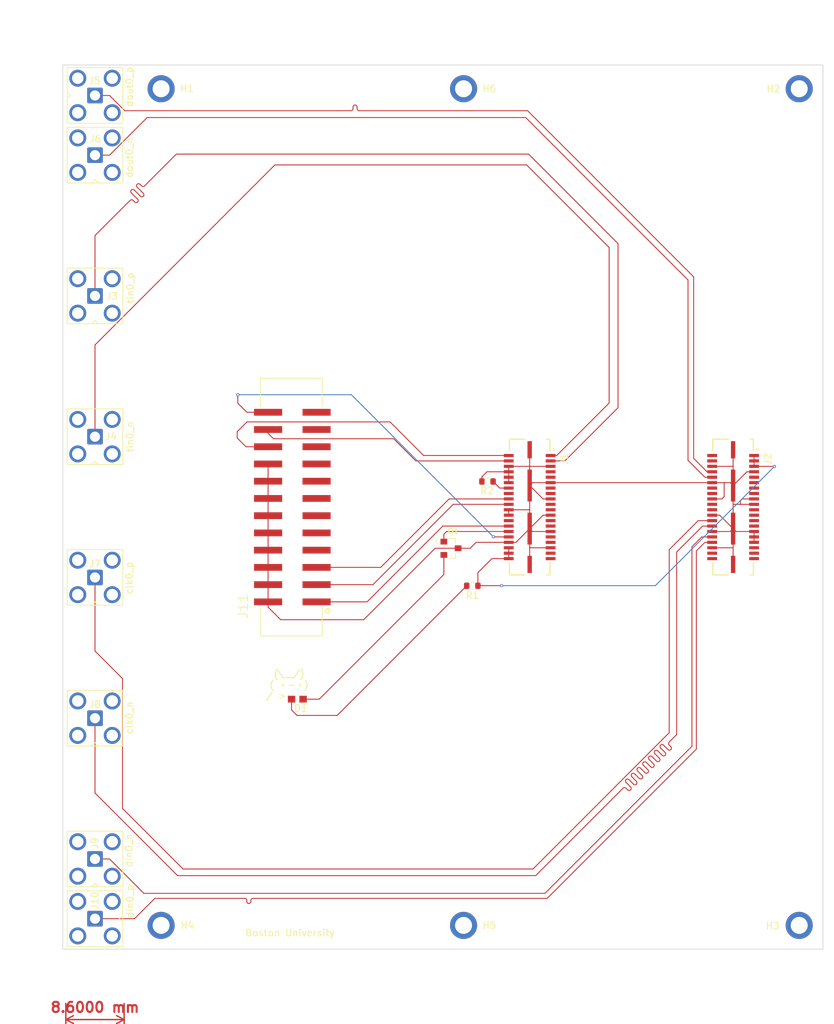
<source format=kicad_pcb>
(kicad_pcb (version 20211014) (generator pcbnew)
  (layers (0 "F.Cu" signal) (1 "In1.Cu" signal) (2 "In2.Cu" signal) (31 "B.Cu" signal) (34 "B.Paste" user) (35 "F.Paste" user) (36 "B.SilkS" user "B.Silkscreen") (37 "F.SilkS" user "F.Silkscreen") (38 "B.Mask" user) (39 "F.Mask" user) (44 "Edge.Cuts" user))
  (net 0 "")
  (net 1 "Net-(D1-Pad1)")
  (net 2 "Net-(D1-Pad2)")
  (net 3 "/tin0_n")
  (net 4 "/scl")
  (net 5 "/tin0_p")
  (net 6 "/sda")
  (net 7 "GND")
  (net 8 "/din1_n")
  (net 9 "/din1_p")
  (net 10 "/clk2_n")
  (net 11 "/a3")
  (net 12 "/clk2_p")
  (net 13 "/a2")
  (net 14 "/a1")
  (net 15 "/tin1_n")
  (net 16 "/a0")
  (net 17 "/tin1_p")
  (net 18 "/din2_n")
  (net 19 "/d3")
  (net 20 "/din2_p")
  (net 21 "/d2")
  (net 22 "/d1")
  (net 23 "/dout1_n")
  (net 24 "/d0")
  (net 25 "/dout1_p")
  (net 26 "LV_RB")
  (net 27 "/clk3_n")
  (net 28 "/clk3_p")
  (net 29 "/clk1_p")
  (net 30 "/clk1_0")
  (net 31 "/dout0_p")
  (net 32 "/d4")
  (net 33 "/dout0_n")
  (net 34 "/d5")
  (net 35 "/d6")
  (net 36 "/din3_n")
  (net 37 "/d7")
  (net 38 "/din3_p")
  (net 39 "/tin3_p")
  (net 40 "/a4")
  (net 41 "/tin3_n")
  (net 42 "/a5")
  (net 43 "/a6")
  (net 44 "/clk0_p")
  (net 45 "/a7")
  (net 46 "/clk0_n")
  (net 47 "/din0_n")
  (net 48 "/din0_p")
  (net 49 "/addr4")
  (net 50 "/addr3")
  (net 51 "/tin2_p")
  (net 52 "/addr2")
  (net 53 "/tin2_n")
  (footprint "Connector_Coaxial:SMA_Amphenol_901-143_Horizontal" (layer "F.Cu") (at 75.66 34.68)
    (fp_text reference "J5")
    (fp_text value "Conn_01x01_Female")
  )
  (footprint "Resistor_SMD:R_0603_1608Metric" (layer "F.Cu") (at 131.3 106.94 180)
    (fp_text reference "R1")
    (fp_text value "R_Small_US" hide)
  )
  (footprint "Connector_Coaxial:SMA_Amphenol_901-143_Horizontal" (layer "F.Cu") (at 75.66 147.2 90)
    (fp_text reference "J9")
    (fp_text value "Conn_01x01_Female")
  )
  (footprint "MountingHole:MountingHole_2.5mm" (layer "F.Cu") (at 179.51 33.69)
    (fp_text reference "H2")
    (fp_text value "MountingHole")
  )
  (footprint "Resistor_SMD:R_0603_1608Metric" (layer "F.Cu") (at 133.54 91.57)
    (fp_text reference "R2")
    (fp_text value "R_Small_US")
  )
  (footprint "TRANS_MMBT2907A:TRANS_MMBT2907A" (layer "F.Cu") (at 128.1575 101.41)
    (fp_text reference "Q1")
    (fp_text value "STB40N60M2")
  )
  (footprint "Connector_Coaxial:SMA_Amphenol_901-143_Horizontal" (layer "F.Cu") (at 75.66 64.224 90)
    (fp_text reference "J3")
    (fp_text value "Conn_01x01_Female")
  )
  (footprint "MountingHole:MountingHole_2.5mm" (layer "F.Cu") (at 85.41 33.69)
    (fp_text reference "H1")
    (fp_text value "MountingHole")
  )
  (footprint "Connector_Coaxial:SMA_Amphenol_901-143_Horizontal" (layer "F.Cu") (at 75.66 126.456 90)
    (fp_text reference "J8")
    (fp_text value "Conn_01x01_Female")
  )
  (footprint "QTE-020-01-X-D-A:SAMTEC_QTE-020-01-X-D-A" (layer "F.Cu") (at 169.76 95.34 -90)
    (fp_text reference "J2")
    (fp_text value "QTE-020-01-X-D-A")
  )
  (footprint "QTE-020-01-X-D-A:SAMTEC_QTE-020-01-X-D-A" (layer "F.Cu") (at 139.76 95.34 -90)
    (fp_text reference "J1")
    (fp_text value "QTE-020-01-X-D-A")
  )
  (footprint "Connector_Coaxial:SMA_Amphenol_901-143_Horizontal" (layer "F.Cu") (at 75.66 84.968 90)
    (fp_text reference "J4")
    (fp_text value "Conn_01x01_Female")
  )
  (footprint "MountingHole:MountingHole_2.5mm" (layer "F.Cu") (at 179.51 156.99)
    (fp_text reference "H3")
    (fp_text value "MountingHole")
  )
  (footprint "LTST-C191KRKT:0603" (layer "F.Cu") (at 105.5 123.65 180)
    (fp_text reference "D1")
    (fp_text value "LTST-C191KRKT")
  )
  (footprint "Connector_Coaxial:SMA_Amphenol_901-143_Horizontal" (layer "F.Cu") (at 75.66 105.712 90)
    (fp_text reference "J7")
    (fp_text value "Conn_01x01_Female")
  )
  (footprint "MountingHole:MountingHole_2.5mm" (layer "F.Cu") (at 130.01 156.99)
    (fp_text reference "H5")
    (fp_text value "MountingHole")
  )
  (footprint "Connector_Coaxial:SMA_Amphenol_901-143_Horizontal" (layer "F.Cu") (at 75.66 156 180)
    (fp_text reference "J10")
    (fp_text value "Conn_01x01_Female")
  )
  (footprint "MountingHole:MountingHole_2.5mm" (layer "F.Cu") (at 130.01 33.69)
    (fp_text reference "H6")
    (fp_text value "MountingHole")
  )
  (footprint "MountingHole:MountingHole_2.5mm" (layer "F.Cu") (at 85.41 156.99)
    (fp_text reference "H4")
    (fp_text value "MountingHole")
  )
  (footprint "SBH11-NBPC-D12-SM-BK:SULLINS_SBH11-NBPC-D12-SM-BK" (layer "F.Cu") (at 104.76 95.34 90)
    (fp_text reference "J11")
    (fp_text value "SBH11-NBPC-D12-SM-BK")
  )
  (footprint "Connector_Coaxial:SMA_Amphenol_901-143_Horizontal" (layer "F.Cu") (at 75.66 43.48 90)
    (fp_text reference "J6")
    (fp_text value "Conn_01x01_Female")
  )
  (gr_line (start 70.91 30.19) (end 70.91 160.49) (layer "Edge.Cuts") (width 0.1))
  (gr_line (start 183.01 30.19) (end 70.91 30.19) (layer "Edge.Cuts") (width 0.1))
  (gr_line (start 183.01 160.49) (end 70.91 160.49) (layer "Edge.Cuts") (width 0.1))
  (gr_line (start 183.01 30.19) (end 183.01 160.49) (layer "Edge.Cuts") (width 0.1))
  (gr_text "clk0_p" (at 80.71 105.8 90) (layer "F.SilkS") (effects (font (size 1 1))))
  (gr_text "clk0_n" (at 80.72 126.4 90) (layer "F.SilkS") (effects (font (size 1 1))))
  (gr_text "din0_n" (at 80.67 145.95 90) (layer "F.SilkS") (effects (font (size 1 1))))
  (gr_text "dout0_n" (at 80.73 43.84 90) (layer "F.SilkS") (effects (font (size 1 1))))
  (gr_text "din0_p" (at 80.81 153.45 90) (layer "F.SilkS") (effects (font (size 1 1))))
  (gr_text "tin0_n" (at 80.83 84.99 90) (layer "F.SilkS") (effects (font (size 1 1))))
  (gr_text "     (\\__/)\n     ( •-•)\n/ >" (at 102.37 121.53) (layer "F.SilkS") (effects (font (size 1 1))))
  (gr_text "dout0_p" (at 80.73 33.4 90) (layer "F.SilkS") (effects (font (size 1 1))))
  (gr_text "tin0_p" (at 80.86 63.06 90) (layer "F.SilkS") (effects (font (size 1 1))))
  (gr_text "Boston University" (at 104.41 158.09) (layer "F.SilkS") (effects (font (size 1 1))))
  (dimension (type aligned) (layer "F.Cu") (pts (xy 71.36 168) (xy 79.96 168)) (height 2.87) (gr_text "8.6000 mm" (at 75.66 169.07) (layer "F.Cu") (effects (font (size 1.5 1.5) (thickness 0.3)))) (format (units 3) (units_format 1) (precision 4)) (style (thickness 0.2) (arrow_length 1.27) (text_position_mode 0) (extension_height 0.58642) (extension_offset 0.5) keep_text_aligned))
  (segment (start 127.1075 105.2725) (end 127.1075 102.39) (width 0.131318) (layer "F.Cu") (net 1))
  (segment (start 108.73 123.65) (end 127.1075 105.2725) (width 0.131318) (layer "F.Cu") (net 1))
  (segment (start 106.35 123.65) (end 108.73 123.65) (width 0.131318) (layer "F.Cu") (net 1))
  (segment (start 111.365 126.05) (end 130.475 106.94) (width 0.131318) (layer "F.Cu") (net 2))
  (segment (start 104.65 123.65) (end 104.65 125.25) (width 0.131318) (layer "F.Cu") (net 2))
  (segment (start 105.45 126.05) (end 111.365 126.05) (width 0.131318) (layer "F.Cu") (net 2))
  (segment (start 104.65 125.25) (end 105.45 126.05) (width 0.131318) (layer "F.Cu") (net 2))
  (segment (start 75.66 84.968) (end 75.66 71.447466) (width 0.131318) (layer "F.Cu") (net 3))
  (segment (start 143.75 87.74) (end 142.85 87.74) (width 0.131318) (layer "F.Cu") (net 3))
  (segment (start 139.31 44.92) (end 151.48 57.09) (width 0.131318) (layer "F.Cu") (net 3))
  (segment (start 151.48 80.01) (end 143.75 87.74) (width 0.131318) (layer "F.Cu") (net 3))
  (segment (start 75.66 71.447466) (end 102.187466 44.92) (width 0.131318) (layer "F.Cu") (net 3))
  (segment (start 102.187466 44.92) (end 139.31 44.92) (width 0.131318) (layer "F.Cu") (net 3))
  (segment (start 151.48 57.09) (end 151.48 80.01) (width 0.131318) (layer "F.Cu") (net 3))
  (segment (start 96.63 84.24) (end 98.08 82.79) (width 0.131318) (layer "F.Cu") (net 4))
  (segment (start 124.12 87.74) (end 136.67 87.74) (width 0.131318) (layer "F.Cu") (net 4))
  (segment (start 97.92 86.45) (end 96.63 85.16) (width 0.131318) (layer "F.Cu") (net 4))
  (segment (start 96.63 85.16) (end 96.63 84.24) (width 0.131318) (layer "F.Cu") (net 4))
  (segment (start 119.17 82.79) (end 124.12 87.74) (width 0.131318) (layer "F.Cu") (net 4))
  (segment (start 101.185 86.45) (end 97.92 86.45) (width 0.131318) (layer "F.Cu") (net 4))
  (segment (start 98.08 82.79) (end 119.17 82.79) (width 0.131318) (layer "F.Cu") (net 4))
  (segment (start 81.44874 48.617416) (end 81.44874 48.617415) (width 0.131318) (layer "F.Cu") (net 5))
  (segment (start 152.79 56.51) (end 152.79 80.69) (width 0.131318) (layer "F.Cu") (net 5))
  (segment (start 82.297271 47.768885) (end 82.297271 47.768884) (width 0.131318) (layer "F.Cu") (net 5))
  (segment (start 82.966327 48.013676) (end 85.025791 45.954209) (width 0.131318) (layer "F.Cu") (net 5))
  (segment (start 87.66 43.32) (end 139.6 43.32) (width 0.131318) (layer "F.Cu") (net 5))
  (segment (start 81.269264 50.135) (end 81.514055 50.379791) (width 0.131318) (layer "F.Cu") (net 5))
  (segment (start 144.94 88.54) (end 142.85 88.54) (width 0.131318) (layer "F.Cu") (net 5))
  (segment (start 81.44874 48.617415) (end 82.362586 49.53126) (width 0.131318) (layer "F.Cu") (net 5))
  (segment (start 152.79 80.69) (end 144.94 88.54) (width 0.131318) (layer "F.Cu") (net 5))
  (segment (start 82.297271 47.768884) (end 82.542063 48.013676) (width 0.131318) (layer "F.Cu") (net 5))
  (segment (start 81.938319 49.955525) (end 81.938319 49.955526) (width 0.131318) (layer "F.Cu") (net 5))
  (segment (start 75.66 64.224) (end 75.66 55.32) (width 0.131318) (layer "F.Cu") (net 5))
  (segment (start 82.78685 49.106994) (end 82.78685 49.106995) (width 0.131318) (layer "F.Cu") (net 5))
  (segment (start 75.66 55.32) (end 80.845 50.135) (width 0.131318) (layer "F.Cu") (net 5))
  (segment (start 81.938319 49.955526) (end 81.024474 49.04168) (width 0.131318) (layer "F.Cu") (net 5))
  (segment (start 82.78685 49.106995) (end 81.873005 48.193149) (width 0.131318) (layer "F.Cu") (net 5))
  (segment (start 139.6 43.32) (end 152.79 56.51) (width 0.131318) (layer "F.Cu") (net 5))
  (segment (start 85.025791 45.954209) (end 87.66 43.32) (width 0.131318) (layer "F.Cu") (net 5))
  (arc (start 81.024474 48.617416) (mid 81.236608 48.529547) (end 81.44874 48.617416) (width 0.131318) (layer "F.Cu") (net 5))
  (arc (start 81.938319 50.379791) (mid 82.026187 50.167658) (end 81.938319 49.955525) (width 0.131318) (layer "F.Cu") (net 5))
  (arc (start 81.024474 49.04168) (mid 80.936606 48.829548) (end 81.024474 48.617416) (width 0.131318) (layer "F.Cu") (net 5))
  (arc (start 80.845 50.135) (mid 81.057132 50.047132) (end 81.269264 50.135) (width 0.131318) (layer "F.Cu") (net 5))
  (arc (start 81.873005 48.193149) (mid 81.785137 47.981017) (end 81.873005 47.768885) (width 0.131318) (layer "F.Cu") (net 5))
  (arc (start 81.514055 50.379791) (mid 81.726187 50.467659) (end 81.938319 50.379791) (width 0.131318) (layer "F.Cu") (net 5))
  (arc (start 81.873005 47.768885) (mid 82.085139 47.681016) (end 82.297271 47.768885) (width 0.131318) (layer "F.Cu") (net 5))
  (arc (start 82.362586 49.53126) (mid 82.574718 49.619128) (end 82.78685 49.53126) (width 0.131318) (layer "F.Cu") (net 5))
  (arc (start 82.542063 48.013676) (mid 82.754195 48.101544) (end 82.966327 48.013676) (width 0.131318) (layer "F.Cu") (net 5))
  (arc (start 82.78685 49.53126) (mid 82.874718 49.319127) (end 82.78685 49.106994) (width 0.131318) (layer "F.Cu") (net 5))
  (segment (start 119.7 85.27) (end 122.97 88.54) (width 0.131318) (layer "F.Cu") (net 6))
  (segment (start 101.98 85.27) (end 119.7 85.27) (width 0.131318) (layer "F.Cu") (net 6))
  (segment (start 101.185 83.91) (end 101.185 84.475) (width 0.131318) (layer "F.Cu") (net 6))
  (segment (start 101.185 84.475) (end 101.98 85.27) (width 0.131318) (layer "F.Cu") (net 6))
  (segment (start 122.97 88.54) (end 136.67 88.54) (width 0.131318) (layer "F.Cu") (net 6))
  (segment (start 169.76 94.92) (end 169.76 98.515) (width 0.131318) (layer "F.Cu") (net 7))
  (segment (start 136.67 91.74) (end 136.67 90.94) (width 0.131318) (layer "F.Cu") (net 7))
  (segment (start 166.67 96.54) (end 167.785 96.54) (width 0.131318) (layer "F.Cu") (net 7))
  (segment (start 168.44 91.74) (end 169.335 91.74) (width 0.131318) (layer "F.Cu") (net 7))
  (segment (start 136.67 95.74) (end 136.67 96.54) (width 0.131318) (layer "F.Cu") (net 7))
  (segment (start 141.735 94.14) (end 139.76 92.165) (width 0.131318) (layer "F.Cu") (net 7))
  (segment (start 132.715 90.885) (end 133.46 90.14) (width 0.131318) (layer "F.Cu") (net 7))
  (segment (start 169.335 91.74) (end 169.76 92.165) (width 0.131318) (layer "F.Cu") (net 7))
  (segment (start 141.735 96.54) (end 139.76 98.515) (width 0.131318) (layer "F.Cu") (net 7))
  (segment (start 169.76 98.515) (end 169.76 101.32) (width 0.131318) (layer "F.Cu") (net 7))
  (segment (start 140.185 91.74) (end 139.76 92.165) (width 0.131318) (layer "F.Cu") (net 7))
  (segment (start 169.335 98.94) (end 169.76 98.515) (width 0.131318) (layer "F.Cu") (net 7))
  (segment (start 172.85 94.14) (end 171.11 94.14) (width 0.131318) (layer "F.Cu") (net 7))
  (segment (start 139.77 89.34) (end 139.76 89.33) (width 0.131318) (layer "F.Cu") (net 7))
  (segment (start 169.78 94.94) (end 169.76 94.92) (width 0.131318) (layer "F.Cu") (net 7))
  (segment (start 166.67 91.74) (end 168.44 91.74) (width 0.131318) (layer "F.Cu") (net 7))
  (segment (start 172.85 94.94) (end 170.85 94.94) (width 0.131318) (layer "F.Cu") (net 7))
  (segment (start 131.86 100.54) (end 136.67 100.54) (width 0.131318) (layer "F.Cu") (net 7))
  (segment (start 136.67 89.34) (end 139.77 89.34) (width 0.131318) (layer "F.Cu") (net 7))
  (segment (start 170.85 94.4) (end 170.85 94.94) (width 0.131318) (layer "F.Cu") (net 7))
  (segment (start 167.785 96.54) (end 169.76 98.515) (width 0.131318) (layer "F.Cu") (net 7))
  (segment (start 171.11 94.14) (end 170.85 94.4) (width 0.131318) (layer "F.Cu") (net 7))
  (segment (start 169.75 89.34) (end 169.76 89.33) (width 0.131318) (layer "F.Cu") (net 7))
  (segment (start 142.85 94.14) (end 141.735 94.14) (width 0.131318) (layer "F.Cu") (net 7))
  (segment (start 142.85 91.74) (end 140.185 91.74) (width 0.131318) (layer "F.Cu") (net 7))
  (segment (start 101.185 88.99) (end 101.185 109.31) (width 0.131318) (layer "F.Cu") (net 7))
  (segment (start 103.04 111.94) (end 101.185 110.085) (width 0.131318) (layer "F.Cu") (net 7))
  (segment (start 172.85 90.14) (end 171.785 90.14) (width 0.131318) (layer "F.Cu") (net 7))
  (segment (start 172.85 98.94) (end 172.85 100.54) (width 0.131318) (layer "F.Cu") (net 7))
  (segment (start 136.67 100.54) (end 137.735 100.54) (width 0.131318) (layer "F.Cu") (net 7))
  (segment (start 129.2075 101.41) (end 130.99 101.41) (width 0.131318) (layer "F.Cu") (net 7))
  (segment (start 142.85 101.34) (end 139.77 101.34) (width 0.131318) (layer "F.Cu") (net 7))
  (segment (start 136.67 95.74) (end 139.67 95.74) (width 0.131318) (layer "F.Cu") (net 7))
  (segment (start 139.76 95.83) (end 139.76 101.35) (width 0.131318) (layer "F.Cu") (net 7))
  (segment (start 139.76 86.895) (end 139.76 89.33) (width 0.131318) (layer "F.Cu") (net 7))
  (segment (start 139.77 101.34) (end 139.76 101.35) (width 0.131318) (layer "F.Cu") (net 7))
  (segment (start 139.76 101.35) (end 139.76 103.785) (width 0.131318) (layer "F.Cu") (net 7))
  (segment (start 142.85 91.74) (end 166.67 91.74) (width 0.131318) (layer "F.Cu") (net 7))
  (segment (start 139.67 95.74) (end 139.76 95.83) (width 0.131318) (layer "F.Cu") (net 7))
  (segment (start 170.85 94.94) (end 169.78 94.94) (width 0.131318) (layer "F.Cu") (net 7))
  (segment (start 129.2075 101.41) (end 125.82 101.41) (width 0.131318) (layer "F.Cu") (net 7))
  (segment (start 169.76 89.33) (end 169.76 94.92) (width 0.131318) (layer "F.Cu") (net 7))
  (segment (start 142.85 98.94) (end 140.185 98.94) (width 0.131318) (layer "F.Cu") (net 7))
  (segment (start 168.11 94.14) (end 168.44 93.81) (width 0.131318) (layer "F.Cu") (net 7))
  (segment (start 101.185 110.085) (end 101.185 109.31) (width 0.131318) (layer "F.Cu") (net 7))
  (segment (start 166.67 101.34) (end 169.74 101.34) (width 0.131318) (layer "F.Cu") (net 7))
  (segment (start 132.715 91.57) (end 132.715 90.885) (width 0.131318) (layer "F.Cu") (net 7))
  (segment (start 140.185 98.94) (end 139.76 98.515) (width 0.131318) (layer "F.Cu") (net 7))
  (segment (start 136.67 90.94) (end 136.67 89.34) (width 0.131318) (layer "F.Cu") (net 7))
  (segment (start 166.67 94.14) (end 168.11 94.14) (width 0.131318) (layer "F.Cu") (net 7))
  (segment (start 115.29 111.94) (end 103.04 111.94) (width 0.131318) (layer "F.Cu") (net 7))
  (segment (start 169.76 86.895) (end 169.76 89.33) (width 0.131318) (layer "F.Cu") (net 7))
  (segment (start 171.785 90.14) (end 169.76 92.165) (width 0.131318) (layer "F.Cu") (net 7))
  (segment (start 168.44 93.81) (end 168.44 91.74) (width 0.131318) (layer "F.Cu") (net 7))
  (segment (start 142.85 96.54) (end 141.735 96.54) (width 0.131318) (layer "F.Cu") (net 7))
  (segment (start 166.67 89.34) (end 169.75 89.34) (width 0.131318) (layer "F.Cu") (net 7))
  (segment (start 139.76 89.33) (end 139.76 95.83) (width 0.131318) (layer "F.Cu") (net 7))
  (segment (start 133.46 90.14) (end 136.67 90.14) (width 0.131318) (layer "F.Cu") (net 7))
  (segment (start 125.82 101.41) (end 115.29 111.94) (width 0.131318) (layer "F.Cu") (net 7))
  (segment (start 142.85 89.34) (end 139.77 89.34) (width 0.131318) (layer "F.Cu") (net 7))
  (segment (start 130.99 101.41) (end 131.86 100.54) (width 0.131318) (layer "F.Cu") (net 7))
  (segment (start 169.76 101.32) (end 169.76 103.785) (width 0.131318) (layer "F.Cu") (net 7))
  (segment (start 170.185 98.94) (end 169.76 98.515) (width 0.131318) (layer "F.Cu") (net 7))
  (segment (start 166.67 98.94) (end 169.335 98.94) (width 0.131318) (layer "F.Cu") (net 7))
  (segment (start 137.735 100.54) (end 139.76 98.515) (width 0.131318) (layer "F.Cu") (net 7))
  (segment (start 169.74 101.34) (end 169.76 101.32) (width 0.131318) (layer "F.Cu") (net 7))
  (segment (start 172.85 98.94) (end 170.185 98.94) (width 0.131318) (layer "F.Cu") (net 7))
  (segment (start 134.365 91.57) (end 135.335 92.54) (width 0.131318) (layer "F.Cu") (net 11))
  (segment (start 135.335 92.54) (end 136.67 92.54) (width 0.131318) (layer "F.Cu") (net 11))
  (segment (start 108.335 104.23) (end 117.79 104.23) (width 0.131318) (layer "F.Cu") (net 14))
  (segment (start 127.88 94.14) (end 136.67 94.14) (width 0.131318) (layer "F.Cu") (net 14))
  (segment (start 117.79 104.23) (end 127.88 94.14) (width 0.131318) (layer "F.Cu") (net 14))
  (segment (start 116.65 106.77) (end 128.48 94.94) (width 0.131318) (layer "F.Cu") (net 16))
  (segment (start 108.335 106.77) (end 116.65 106.77) (width 0.131318) (layer "F.Cu") (net 16))
  (segment (start 128.48 94.94) (end 136.67 94.94) (width 0.131318) (layer "F.Cu") (net 16))
  (segment (start 115.78 109.31) (end 126.95 98.14) (width 0.131318) (layer "F.Cu") (net 21))
  (segment (start 126.95 98.14) (end 136.67 98.14) (width 0.131318) (layer "F.Cu") (net 21))
  (segment (start 108.335 109.31) (end 115.78 109.31) (width 0.131318) (layer "F.Cu") (net 21))
  (segment (start 127.53 98.94) (end 136.67 98.94) (width 0.131318) (layer "F.Cu") (net 22))
  (segment (start 127.1075 99.3425) (end 127.52 98.93) (width 0.131318) (layer "F.Cu") (net 22))
  (segment (start 127.1075 100.43) (end 127.1075 99.3425) (width 0.131318) (layer "F.Cu") (net 22))
  (segment (start 127.52 98.93) (end 127.53 98.94) (width 0.131318) (layer "F.Cu") (net 22))
  (segment (start 96.72 78.78) (end 96.72 80.03) (width 0.131318) (layer "F.Cu") (net 24))
  (segment (start 96.72 80.03) (end 98.06 81.37) (width 0.131318) (layer "F.Cu") (net 24))
  (segment (start 134.42 99.74) (end 134.41 99.73) (width 0.131318) (layer "F.Cu") (net 24))
  (segment (start 136.67 99.74) (end 134.42 99.74) (width 0.131318) (layer "F.Cu") (net 24))
  (segment (start 98.06 81.37) (end 101.185 81.37) (width 0.131318) (layer "F.Cu") (net 24))
  (via (at 134.41 99.73) (size 0.4572) (drill 0.254) (layers "F.Cu" "B.Cu") (net 24))
  (via (at 96.72 78.78) (size 0.4572) (drill 0.254) (layers "F.Cu" "B.Cu") (net 24))
  (segment (start 113.46 78.78) (end 96.72 78.78) (width 0.131318) (layer "B.Cu") (net 24))
  (segment (start 134.41 99.73) (end 113.46 78.78) (width 0.131318) (layer "B.Cu") (net 24))
  (segment (start 175.83 89.34) (end 175.85 89.36) (width 0.131318) (layer "F.Cu") (net 26))
  (segment (start 135.62 106.92) (end 132.145 106.92) (width 0.131318) (layer "F.Cu") (net 26))
  (segment (start 132.145 106.92) (end 132.125 106.94) (width 0.131318) (layer "F.Cu") (net 26))
  (segment (start 134.19 102.94) (end 132.125 105.005) (width 0.131318) (layer "F.Cu") (net 26))
  (segment (start 132.125 105.005) (end 132.125 106.94) (width 0.131318) (layer "F.Cu") (net 26))
  (segment (start 172.85 89.34) (end 175.83 89.34) (width 0.131318) (layer "F.Cu") (net 26))
  (segment (start 136.67 102.94) (end 134.19 102.94) (width 0.131318) (layer "F.Cu") (net 26))
  (segment (start 172.85 87.74) (end 172.85 89.34) (width 0.131318) (layer "F.Cu") (net 26))
  (segment (start 136.67 101.34) (end 136.67 102.94) (width 0.131318) (layer "F.Cu") (net 26))
  (via (at 175.85 89.36) (size 0.4572) (drill 0.254) (layers "F.Cu" "B.Cu") (net 26))
  (via (at 135.62 106.92) (size 0.4572) (drill 0.254) (layers "F.Cu" "B.Cu") (net 26))
  (segment (start 175.85 89.36) (end 158.29 106.92) (width 0.131318) (layer "B.Cu") (net 26))
  (segment (start 158.29 106.92) (end 135.62 106.92) (width 0.131318) (layer "B.Cu") (net 26))
  (segment (start 113.41 36.93) (end 111.462057 36.93) (width 0.131318) (layer "F.Cu") (net 31))
  (segment (start 111.462057 36.93) (end 80.053466 36.93) (width 0.131318) (layer "F.Cu") (net 31))
  (segment (start 163.94 61.41) (end 139.46 36.93) (width 0.131318) (layer "F.Cu") (net 31))
  (segment (start 80.053466 36.93) (end 77.803466 34.68) (width 0.131318) (layer "F.Cu") (net 31))
  (segment (start 77.803466 34.68) (end 75.66 34.68) (width 0.131318) (layer "F.Cu") (net 31))
  (segment (start 113.71 36.38459) (end 113.71 36.63) (width 0.131318) (layer "F.Cu") (net 31))
  (segment (start 139.46 36.93) (end 114.61 36.93) (width 0.131318) (layer "F.Cu") (net 31))
  (segment (start 114.31 36.63) (end 114.31 36.38459) (width 0.131318) (layer "F.Cu") (net 31))
  (segment (start 163.94 88.17) (end 163.94 61.41) (width 0.131318) (layer "F.Cu") (net 31))
  (segment (start 166.67 90.14) (end 165.91 90.14) (width 0.131318) (layer "F.Cu") (net 31))
  (segment (start 165.91 90.14) (end 163.94 88.17) (width 0.131318) (layer "F.Cu") (net 31))
  (arc (start 114.61 36.93) (mid 114.397868 36.842132) (end 114.31 36.63) (width 0.131318) (layer "F.Cu") (net 31))
  (arc (start 113.71 36.63) (mid 113.622132 36.842132) (end 113.41 36.93) (width 0.131318) (layer "F.Cu") (net 31))
  (arc (start 114.31 36.38459) (mid 114.222132 36.172458) (end 114.01 36.08459) (width 0.131318) (layer "F.Cu") (net 31))
  (arc (start 114.01 36.08459) (mid 113.797868 36.172458) (end 113.71 36.38459) (width 0.131318) (layer "F.Cu") (net 31))
  (segment (start 163.11 88.45) (end 165.6 90.94) (width 0.131318) (layer "F.Cu") (net 33))
  (segment (start 77.803466 43.48) (end 83.35 37.933466) (width 0.131318) (layer "F.Cu") (net 33))
  (segment (start 165.6 90.94) (end 166.67 90.94) (width 0.131318) (layer "F.Cu") (net 33))
  (segment (start 139.173466 37.933466) (end 163.11 61.87) (width 0.131318) (layer "F.Cu") (net 33))
  (segment (start 75.66 43.48) (end 77.803466 43.48) (width 0.131318) (layer "F.Cu") (net 33))
  (segment (start 83.35 37.933466) (end 139.173466 37.933466) (width 0.131318) (layer "F.Cu") (net 33))
  (segment (start 163.11 61.87) (end 163.11 88.45) (width 0.131318) (layer "F.Cu") (net 33))
  (segment (start 160.34 101.61) (end 164.61 97.34) (width 0.131318) (layer "F.Cu") (net 44))
  (segment (start 164.61 97.34) (end 166.67 97.34) (width 0.131318) (layer "F.Cu") (net 44))
  (segment (start 79.715659 120.615659) (end 79.715659 139.755659) (width 0.131318) (layer "F.Cu") (net 44))
  (segment (start 160.34 128.59) (end 160.34 101.61) (width 0.131318) (layer "F.Cu") (net 44))
  (segment (start 140.25 148.68) (end 160.34 128.59) (width 0.131318) (layer "F.Cu") (net 44))
  (segment (start 79.715659 139.755659) (end 88.64 148.68) (width 0.131318) (layer "F.Cu") (net 44))
  (segment (start 75.66 116.56) (end 79.715659 120.615659) (width 0.131318) (layer "F.Cu") (net 44))
  (segment (start 75.66 105.712) (end 75.66 116.56) (width 0.131318) (layer "F.Cu") (net 44))
  (segment (start 88.64 148.68) (end 140.25 148.68) (width 0.131318) (layer "F.Cu") (net 44))
  (segment (start 155.693869 133.805303) (end 155.670018 133.829153) (width 0.131318) (layer "F.Cu") (net 46))
  (segment (start 154.220031 137.022219) (end 153.961039 136.763227) (width 0.131318) (layer "F.Cu") (net 46))
  (segment (start 154.597435 135.702567) (end 154.397227 135.502359) (width 0.131318) (layer "F.Cu") (net 46))
  (segment (start 153.536774 136.763228) (end 153.536775 136.763227) (width 0.131318) (layer "F.Cu") (net 46))
  (segment (start 154.845341 134.653831) (end 154.82149 134.677681) (width 0.131318) (layer "F.Cu") (net 46))
  (segment (start 155.670017 134.229566) (end 155.670018 134.229567) (width 0.131318) (layer "F.Cu") (net 46))
  (segment (start 159.064129 130.835454) (end 159.06413 130.835455) (width 0.131318) (layer "F.Cu") (net 46))
  (segment (start 153.972962 135.926623) (end 154.644295 136.597955) (width 0.131318) (layer "F.Cu") (net 46))
  (segment (start 75.66 137.48) (end 75.66 126.456) (width 0.131318) (layer "F.Cu") (net 46))
  (segment (start 159.087981 130.411191) (end 159.06413 130.435041) (width 0.131318) (layer "F.Cu") (net 46))
  (segment (start 153.536775 136.763227) (end 140.64 149.66) (width 0.131318) (layer "F.Cu") (net 46))
  (segment (start 161.43 128.87) (end 160.325 129.975) (width 0.131318) (layer "F.Cu") (net 46))
  (segment (start 153.996813 135.502359) (end 153.972962 135.526209) (width 0.131318) (layer "F.Cu") (net 46))
  (segment (start 158.215602 131.683983) (end 158.886935 132.355315) (width 0.131318) (layer "F.Cu") (net 46))
  (segment (start 159.06413 130.835455) (end 159.735463 131.506787) (width 0.131318) (layer "F.Cu") (net 46))
  (segment (start 154.82149 135.078095) (end 155.492823 135.749427) (width 0.131318) (layer "F.Cu") (net 46))
  (segment (start 140.64 149.66) (end 87.84 149.66) (width 0.131318) (layer "F.Cu") (net 46))
  (segment (start 160.324999 130.399266) (end 160.583992 130.658259) (width 0.131318) (layer "F.Cu") (net 46))
  (segment (start 157.390925 132.108247) (end 157.367074 132.132097) (width 0.131318) (layer "F.Cu") (net 46))
  (segment (start 158.840075 131.459927) (end 158.639867 131.259719) (width 0.131318) (layer "F.Cu") (net 46))
  (segment (start 155.445963 134.854039) (end 155.245755 134.653831) (width 0.131318) (layer "F.Cu") (net 46))
  (segment (start 160.325 130.399266) (end 160.324999 130.399266) (width 0.131318) (layer "F.Cu") (net 46))
  (segment (start 153.972961 135.926622) (end 153.972962 135.926623) (width 0.131318) (layer "F.Cu") (net 46))
  (segment (start 158.215601 131.683982) (end 158.215602 131.683983) (width 0.131318) (layer "F.Cu") (net 46))
  (segment (start 160.583991 131.082524) (end 160.583992 131.082523) (width 0.131318) (layer "F.Cu") (net 46))
  (segment (start 157.367073 132.53251) (end 157.367074 132.532511) (width 0.131318) (layer "F.Cu") (net 46))
  (segment (start 155.068559 136.173691) (end 154.597435 135.702567) (width 0.131318) (layer "F.Cu") (net 46))
  (segment (start 157.367074 132.532511) (end 158.038407 133.203843) (width 0.131318) (layer "F.Cu") (net 46))
  (segment (start 160.159728 131.082523) (end 159.900736 130.823531) (width 0.131318) (layer "F.Cu") (net 46))
  (segment (start 158.239453 131.259719) (end 158.215602 131.283569) (width 0.131318) (layer "F.Cu") (net 46))
  (segment (start 159.311199 131.931051) (end 158.840075 131.459927) (width 0.131318) (layer "F.Cu") (net 46))
  (segment (start 156.518545 133.381038) (end 156.518546 133.381039) (width 0.131318) (layer "F.Cu") (net 46))
  (segment (start 155.917087 135.325163) (end 155.445963 134.854039) (width 0.131318) (layer "F.Cu") (net 46))
  (segment (start 156.294491 134.005511) (end 156.094283 133.805303) (width 0.131318) (layer "F.Cu") (net 46))
  (segment (start 155.670018 134.229567) (end 156.341351 134.900899) (width 0.131318) (layer "F.Cu") (net 46))
  (segment (start 159.900736 130.823531) (end 159.488395 130.411191) (width 0.131318) (layer "F.Cu") (net 46))
  (segment (start 165.26 98.14) (end 161.43 101.97) (width 0.131318) (layer "F.Cu") (net 46))
  (segment (start 156.765615 134.476635) (end 156.294491 134.005511) (width 0.131318) (layer "F.Cu") (net 46))
  (segment (start 156.542397 132.956775) (end 156.518546 132.980625) (width 0.131318) (layer "F.Cu") (net 46))
  (segment (start 157.143019 133.156983) (end 156.942811 132.956775) (width 0.131318) (layer "F.Cu") (net 46))
  (segment (start 157.614143 133.628107) (end 157.143019 133.156983) (width 0.131318) (layer "F.Cu") (net 46))
  (segment (start 154.821489 135.078094) (end 154.82149 135.078095) (width 0.131318) (layer "F.Cu") (net 46))
  (segment (start 87.84 149.66) (end 75.66 137.48) (width 0.131318) (layer "F.Cu") (net 46))
  (segment (start 161.43 101.97) (end 161.43 128.87) (width 0.131318) (layer "F.Cu") (net 46))
  (segment (start 156.518546 133.381039) (end 157.189879 134.052371) (width 0.131318) (layer "F.Cu") (net 46))
  (segment (start 166.67 98.14) (end 165.26 98.14) (width 0.131318) (layer "F.Cu") (net 46))
  (segment (start 158.462671 132.779579) (end 157.991547 132.308455) (width 0.131318) (layer "F.Cu") (net 46))
  (segment (start 157.991547 132.308455) (end 157.791339 132.108247) (width 0.131318) (layer "F.Cu") (net 46))
  (arc (start 158.639867 131.259719) (mid 158.43966 131.176791) (end 158.239453 131.259719) (width 0.131318) (layer "F.Cu") (net 46))
  (arc (start 160.583992 131.082523) (mid 160.37186 131.170391) (end 160.159728 131.082523) (width 0.131318) (layer "F.Cu") (net 46))
  (arc (start 156.341351 135.325163) (mid 156.129219 135.413031) (end 155.917087 135.325163) (width 0.131318) (layer "F.Cu") (net 46))
  (arc (start 154.82149 134.677681) (mid 154.738561 134.877887) (end 154.821489 135.078094) (width 0.131318) (layer "F.Cu") (net 46))
  (arc (start 159.488395 130.411191) (mid 159.288188 130.328263) (end 159.087981 130.411191) (width 0.131318) (layer "F.Cu") (net 46))
  (arc (start 156.094283 133.805303) (mid 155.894076 133.722375) (end 155.693869 133.805303) (width 0.131318) (layer "F.Cu") (net 46))
  (arc (start 155.492823 135.749427) (mid 155.580691 135.961559) (end 155.492823 136.173691) (width 0.131318) (layer "F.Cu") (net 46))
  (arc (start 158.038407 133.203843) (mid 158.126275 133.415975) (end 158.038407 133.628107) (width 0.131318) (layer "F.Cu") (net 46))
  (arc (start 154.397227 135.502359) (mid 154.19702 135.419431) (end 153.996813 135.502359) (width 0.131318) (layer "F.Cu") (net 46))
  (arc (start 155.670018 133.829153) (mid 155.587089 134.029359) (end 155.670017 134.229566) (width 0.131318) (layer "F.Cu") (net 46))
  (arc (start 154.644295 137.022219) (mid 154.432163 137.110087) (end 154.220031 137.022219) (width 0.131318) (layer "F.Cu") (net 46))
  (arc (start 156.341351 134.900899) (mid 156.429219 135.113031) (end 156.341351 135.325163) (width 0.131318) (layer "F.Cu") (net 46))
  (arc (start 158.038407 133.628107) (mid 157.826275 133.715975) (end 157.614143 133.628107) (width 0.131318) (layer "F.Cu") (net 46))
  (arc (start 160.325 129.975) (mid 160.237131 130.187134) (end 160.325 130.399266) (width 0.131318) (layer "F.Cu") (net 46))
  (arc (start 155.245755 134.653831) (mid 155.045548 134.570903) (end 154.845341 134.653831) (width 0.131318) (layer "F.Cu") (net 46))
  (arc (start 156.518546 132.980625) (mid 156.435617 133.180831) (end 156.518545 133.381038) (width 0.131318) (layer "F.Cu") (net 46))
  (arc (start 158.215602 131.283569) (mid 158.132673 131.483775) (end 158.215601 131.683982) (width 0.131318) (layer "F.Cu") (net 46))
  (arc (start 158.886935 132.779579) (mid 158.674803 132.867447) (end 158.462671 132.779579) (width 0.131318) (layer "F.Cu") (net 46))
  (arc (start 154.644295 136.597955) (mid 154.732163 136.810087) (end 154.644295 137.022219) (width 0.131318) (layer "F.Cu") (net 46))
  (arc (start 155.492823 136.173691) (mid 155.280691 136.261559) (end 155.068559 136.173691) (width 0.131318) (layer "F.Cu") (net 46))
  (arc (start 157.189879 134.476635) (mid 156.977747 134.564503) (end 156.765615 134.476635) (width 0.131318) (layer "F.Cu") (net 46))
  (arc (start 153.972962 135.526209) (mid 153.890033 135.726415) (end 153.972961 135.926622) (width 0.131318) (layer "F.Cu") (net 46))
  (arc (start 157.189879 134.052371) (mid 157.277747 134.264503) (end 157.189879 134.476635) (width 0.131318) (layer "F.Cu") (net 46))
  (arc (start 159.735463 131.931051) (mid 159.523331 132.018919) (end 159.311199 131.931051) (width 0.131318) (layer "F.Cu") (net 46))
  (arc (start 157.791339 132.108247) (mid 157.591132 132.025319) (end 157.390925 132.108247) (width 0.131318) (layer "F.Cu") (net 46))
  (arc (start 153.961039 136.763227) (mid 153.748905 136.67536) (end 153.536774 136.763228) (width 0.131318) (layer "F.Cu") (net 46))
  (arc (start 156.942811 132.956775) (mid 156.742604 132.873847) (end 156.542397 132.956775) (width 0.131318) (layer "F.Cu") (net 46))
  (arc (start 160.583992 130.658259) (mid 160.671861 130.870391) (end 160.583991 131.082524) (width 0.131318) (layer "F.Cu") (net 46))
  (arc (start 159.06413 130.435041) (mid 158.981201 130.635247) (end 159.064129 130.835454) (width 0.131318) (layer "F.Cu") (net 46))
  (arc (start 159.735463 131.506787) (mid 159.823331 131.718919) (end 159.735463 131.931051) (width 0.131318) (layer "F.Cu") (net 46))
  (arc (start 157.367074 132.132097) (mid 157.284145 132.332303) (end 157.367073 132.53251) (width 0.131318) (layer "F.Cu") (net 46))
  (arc (start 158.886935 132.355315) (mid 158.974803 132.567447) (end 158.886935 132.779579) (width 0.131318) (layer "F.Cu") (net 46))
  (segment (start 163.69 101.19) (end 165.14 99.74) (width 0.131318) (layer "F.Cu") (net 47))
  (segment (start 82.873466 152.27) (end 142.01 152.27) (width 0.131318) (layer "F.Cu") (net 47))
  (segment (start 142.01 152.27) (end 163.69 130.59) (width 0.131318) (layer "F.Cu") (net 47))
  (segment (start 75.66 147.2) (end 77.803466 147.2) (width 0.131318) (layer "F.Cu") (net 47))
  (segment (start 165.14 99.74) (end 166.67 99.74) (width 0.131318) (layer "F.Cu") (net 47))
  (segment (start 163.69 130.59) (end 163.69 101.19) (width 0.131318) (layer "F.Cu") (net 47))
  (segment (start 77.803466 147.2) (end 82.873466 152.27) (width 0.131318) (layer "F.Cu") (net 47))
  (segment (start 75.66 156) (end 81.49 156) (width 0.131318) (layer "F.Cu") (net 48))
  (segment (start 164.34 101.8) (end 165.6 100.54) (width 0.131318) (layer "F.Cu") (net 48))
  (segment (start 98.05 153.31) (end 98.05 153.466372) (width 0.131318) (layer "F.Cu") (net 48))
  (segment (start 98.95 153.01) (end 99 153.01) (width 0.131318) (layer "F.Cu") (net 48))
  (segment (start 84.48 153.01) (end 97.75 153.01) (width 0.131318) (layer "F.Cu") (net 48))
  (segment (start 99 153.01) (end 142.34 153.01) (width 0.131318) (layer "F.Cu") (net 48))
  (segment (start 164.34 131.01) (end 164.34 101.8) (width 0.131318) (layer "F.Cu") (net 48))
  (segment (start 98.65 153.466372) (end 98.65 153.31) (width 0.131318) (layer "F.Cu") (net 48))
  (segment (start 165.6 100.54) (end 166.67 100.54) (width 0.131318) (layer "F.Cu") (net 48))
  (segment (start 142.34 153.01) (end 164.34 131.01) (width 0.131318) (layer "F.Cu") (net 48))
  (segment (start 81.49 156) (end 84.48 153.01) (width 0.131318) (layer "F.Cu") (net 48))
  (arc (start 98.65 153.31) (mid 98.737868 153.097868) (end 98.95 153.01) (width 0.131318) (layer "F.Cu") (net 48))
  (arc (start 98.05 153.466372) (mid 98.137868 153.678504) (end 98.35 153.766372) (width 0.131318) (layer "F.Cu") (net 48))
  (arc (start 97.75 153.01) (mid 97.962132 153.097868) (end 98.05 153.31) (width 0.131318) (layer "F.Cu") (net 48))
  (arc (start 98.35 153.766372) (mid 98.562132 153.678504) (end 98.65 153.466372) (width 0.131318) (layer "F.Cu") (net 48))
)
</source>
